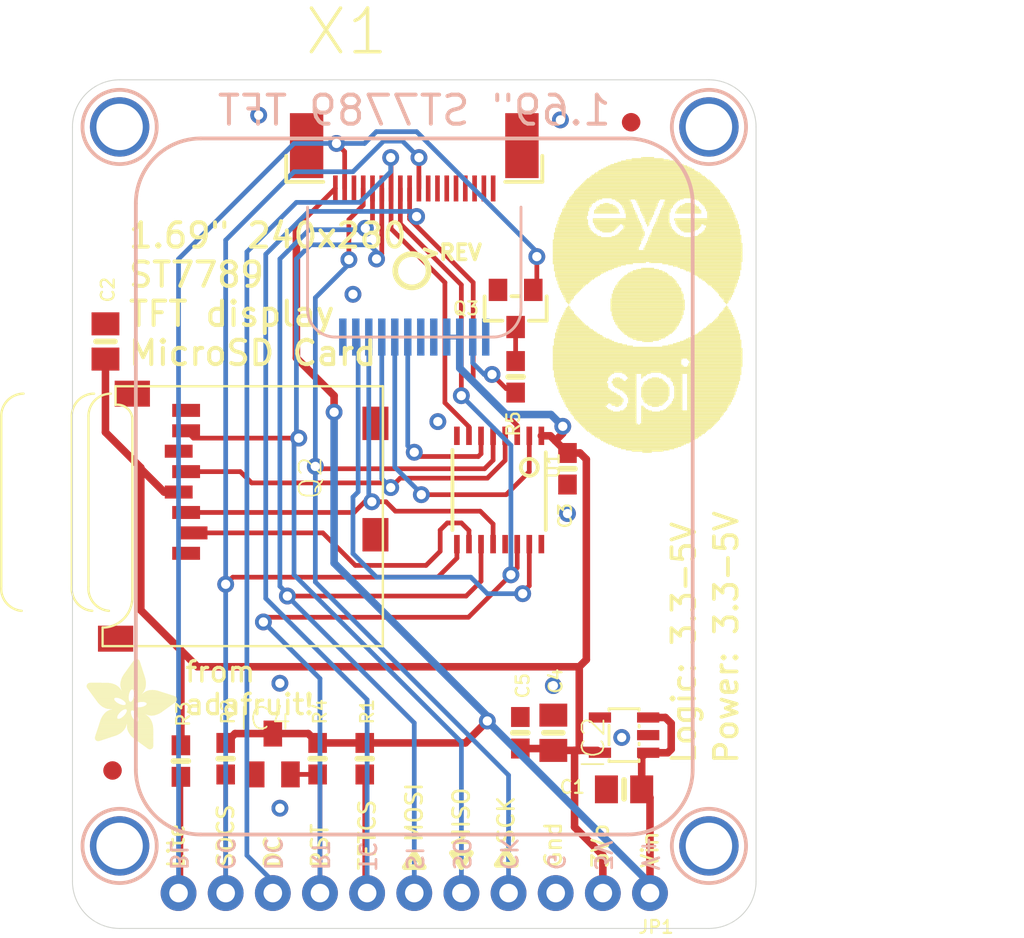
<source format=kicad_pcb>
(kicad_pcb (version 20211014) (generator pcbnew)
  (layers (0 "F.Cu" signal) (1 "In1.Cu" signal) (2 "In2.Cu" signal) (3 "In3.Cu" signal) (4 "In4.Cu" signal) (5 "In5.Cu" signal) (6 "In6.Cu" signal) (7 "In7.Cu" signal) (8 "In8.Cu" signal) (9 "In9.Cu" signal) (10 "In10.Cu" signal) (11 "In11.Cu" signal) (12 "In12.Cu" signal) (13 "In13.Cu" signal) (14 "In14.Cu" signal) (31 "B.Cu" signal) (34 "B.Paste" user) (35 "F.Paste" user) (36 "B.SilkS" user "B.Silkscreen") (37 "F.SilkS" user "F.Silkscreen") (38 "B.Mask" user) (39 "F.Mask" user) (44 "Edge.Cuts" user))
  (net 0 "")
  (net 1 "GND")
  (net 2 "SCK")
  (net 3 "SCK_3V")
  (net 4 "MOSI")
  (net 5 "MOSI_3V")
  (net 6 "MISO")
  (net 7 "+3V3")
  (net 8 "CARDCS")
  (net 9 "CARDCS_3V")
  (net 10 "LEDK")
  (net 11 "LITE")
  (net 12 "TFTDC")
  (net 13 "TFTDC_3V")
  (net 14 "TFTCS_3V")
  (net 15 "TFTCS")
  (net 16 "VIN")
  (net 17 "TFTRST_3V")
  (net 18 "TFTRST")
  (net 19 "N$1")
  (footprint "boardEagle:EYE_SPI_DISPLAY_BOTCONTACT" (layer "F.Cu") (at 148.5011 85.3186)
    (fp_text reference "X1" (at -6 -5.77) (layer "F.SilkS") (effects (font (size 2.353056 2.353056) (thickness 0.186944)) (justify left)))
    (fp_text value "EYE_SPI_DISPLAY_FLIP")
    (pad "1" smd rect (at -4.25 2.678) (size 0.25 1.4) (layers "F.Cu" "F.Paste" "F.Mask") (net 16 "VIN"))
    (pad "2" smd rect (at -3.75 2.678) (size 0.25 1.4) (layers "F.Cu" "F.Paste" "F.Mask") (net 11 "LITE"))
    (pad "3" smd rect (at -3.25 2.678) (size 0.25 1.4) (layers "F.Cu" "F.Paste" "F.Mask") (net 1 "GND"))
    (pad "4" smd rect (at -2.75 2.678) (size 0.25 1.4) (layers "F.Cu" "F.Paste" "F.Mask") (net 2 "SCK"))
    (pad "5" smd rect (at -2.25 2.678) (size 0.25 1.4) (layers "F.Cu" "F.Paste" "F.Mask") (net 4 "MOSI"))
    (pad "6" smd rect (at -1.75 2.678) (size 0.25 1.4) (layers "F.Cu" "F.Paste" "F.Mask") (net 6 "MISO"))
    (pad "7" smd rect (at -1.25 2.678) (size 0.25 1.4) (layers "F.Cu" "F.Paste" "F.Mask") (net 12 "TFTDC"))
    (pad "8" smd rect (at -0.75 2.678) (size 0.25 1.4) (layers "F.Cu" "F.Paste" "F.Mask") (net 18 "TFTRST"))
    (pad "9" smd rect (at -0.25 2.678) (size 0.25 1.4) (layers "F.Cu" "F.Paste" "F.Mask") (net 15 "TFTCS"))
    (pad "10" smd rect (at 0.25 2.678) (size 0.25 1.4) (layers "F.Cu" "F.Paste" "F.Mask") (net 8 "CARDCS"))
    (pad "11" smd rect (at 0.75 2.678) (size 0.25 1.4) (layers "F.Cu" "F.Paste" "F.Mask"))
    (pad "12" smd rect (at 1.25 2.678) (size 0.25 1.4) (layers "F.Cu" "F.Paste" "F.Mask"))
    (pad "13" smd rect (at 1.75 2.678) (size 0.25 1.4) (layers "F.Cu" "F.Paste" "F.Mask"))
    (pad "14" smd rect (at 2.25 2.678) (size 0.25 1.4) (layers "F.Cu" "F.Paste" "F.Mask"))
    (pad "15" smd rect (at 2.75 2.678) (size 0.25 1.4) (layers "F.Cu" "F.Paste" "F.Mask"))
    (pad "16" smd rect (at 3.25 2.678) (size 0.25 1.4) (layers "F.Cu" "F.Paste" "F.Mask"))
    (pad "17" smd rect (at 3.75 2.678) (size 0.25 1.4) (layers "F.Cu" "F.Paste" "F.Mask"))
    (pad "18" smd rect (at 4.25 2.678) (size 0.25 1.4) (layers "F.Cu" "F.Paste" "F.Mask"))
    (pad "SUPPORT1" smd rect (at 5.8 0.372 180) (size 1.8 3.5) (layers "F.Cu" "F.Paste" "F.Mask") (net 1 "GND"))
    (pad "SUPPORT2" smd rect (at -5.8 0.372 180) (size 1.8 3.5) (layers "F.Cu" "F.Paste" "F.Mask") (net 1 "GND"))
  )
  (footprint "boardEagle:1X11_ROUND_76" (layer "F.Cu") (at 148.5011 125.9586 180)
    (fp_text reference "JP1" (at -14.0462 -1.8288) (layer "F.SilkS") (effects (font (size 0.692831 0.692831) (thickness 0.119969)) (justify right)))
    (fp_text value "")
    (pad "1" thru_hole circle (at -12.7 0 270) (size 1.9304 1.9304) (drill 1) (layers *.Cu *.Mask) (net 16 "VIN"))
    (pad "2" thru_hole circle (at -10.16 0 270) (size 1.9304 1.9304) (drill 1) (layers *.Cu *.Mask) (net 7 "+3V3"))
    (pad "3" thru_hole circle (at -7.62 0 270) (size 1.9304 1.9304) (drill 1) (layers *.Cu *.Mask) (net 1 "GND"))
    (pad "4" thru_hole circle (at -5.08 0 270) (size 1.9304 1.9304) (drill 1) (layers *.Cu *.Mask) (net 2 "SCK"))
    (pad "5" thru_hole circle (at -2.54 0 270) (size 1.9304 1.9304) (drill 1) (layers *.Cu *.Mask) (net 6 "MISO"))
    (pad "6" thru_hole circle (at 0 0 270) (size 1.9304 1.9304) (drill 1) (layers *.Cu *.Mask) (net 4 "MOSI"))
    (pad "7" thru_hole circle (at 2.54 0 270) (size 1.9304 1.9304) (drill 1) (layers *.Cu *.Mask) (net 15 "TFTCS"))
    (pad "8" thru_hole circle (at 5.08 0 270) (size 1.9304 1.9304) (drill 1) (layers *.Cu *.Mask) (net 18 "TFTRST"))
    (pad "9" thru_hole circle (at 7.62 0 270) (size 1.9304 1.9304) (drill 1) (layers *.Cu *.Mask) (net 12 "TFTDC"))
    (pad "10" thru_hole circle (at 10.16 0 270) (size 1.9304 1.9304) (drill 1) (layers *.Cu *.Mask) (net 8 "CARDCS"))
    (pad "11" thru_hole circle (at 12.7 0 270) (size 1.9304 1.9304) (drill 1) (layers *.Cu *.Mask) (net 11 "LITE"))
  )
  (footprint "boardEagle:0603-NO" (layer "F.Cu") (at 153.9621 98.1456 -90)
    (fp_text reference "R5" (at 1.778 0.127 90) (layer "F.SilkS") (effects (font (size 0.692831 0.692831) (thickness 0.119969)) (justify right)))
    (fp_text value "10")
    (pad "1" smd rect (at -0.85 0 270) (size 1.075 1) (layers "F.Cu" "F.Paste" "F.Mask") (net 19 "N$1"))
    (pad "2" smd rect (at 0.85 0 270) (size 1.075 1) (layers "F.Cu" "F.Paste" "F.Mask") (net 10 "LEDK"))
  )
  (footprint "boardEagle:TSSOP16" (layer "F.Cu") (at 153.0731 104.2416 180)
    (fp_text reference "U1" (at -2.8956 2.0828 90) (layer "F.SilkS") (effects (font (size 0.692831 0.692831) (thickness 0.119969)) (justify right)))
    (fp_text value "74HC4050PWR")
    (pad "1" smd rect (at -2.275 2.9178 180) (size 0.3048 0.9906) (layers "F.Cu" "F.Paste" "F.Mask") (net 7 "+3V3"))
    (pad "2" smd rect (at -1.625 2.9178 180) (size 0.3048 0.9906) (layers "F.Cu" "F.Paste" "F.Mask") (net 14 "TFTCS_3V"))
    (pad "3" smd rect (at -0.975 2.9178 180) (size 0.3048 0.9906) (layers "F.Cu" "F.Paste" "F.Mask") (net 15 "TFTCS"))
    (pad "4" smd rect (at -0.325 2.9178 180) (size 0.3048 0.9906) (layers "F.Cu" "F.Paste" "F.Mask") (net 3 "SCK_3V"))
    (pad "5" smd rect (at 0.325 2.9178 180) (size 0.3048 0.9906) (layers "F.Cu" "F.Paste" "F.Mask") (net 2 "SCK"))
    (pad "6" smd rect (at 0.975 2.9178 180) (size 0.3048 0.9906) (layers "F.Cu" "F.Paste" "F.Mask") (net 13 "TFTDC_3V"))
    (pad "7" smd rect (at 1.625 2.9178 180) (size 0.3048 0.9906) (layers "F.Cu" "F.Paste" "F.Mask") (net 12 "TFTDC"))
    (pad "8" smd rect (at 2.275 2.9178 180) (size 0.3048 0.9906) (layers "F.Cu" "F.Paste" "F.Mask") (net 1 "GND"))
    (pad "9" smd rect (at 2.275 -2.9178 180) (size 0.3048 0.9906) (layers "F.Cu" "F.Paste" "F.Mask") (net 8 "CARDCS"))
    (pad "10" smd rect (at 1.625 -2.9178 180) (size 0.3048 0.9906) (layers "F.Cu" "F.Paste" "F.Mask") (net 9 "CARDCS_3V"))
    (pad "11" smd rect (at 0.975 -2.9178 180) (size 0.3048 0.9906) (layers "F.Cu" "F.Paste" "F.Mask") (net 4 "MOSI"))
    (pad "12" smd rect (at 0.325 -2.9178 180) (size 0.3048 0.9906) (layers "F.Cu" "F.Paste" "F.Mask") (net 5 "MOSI_3V"))
    (pad "13" smd rect (at -0.325 -2.9178 180) (size 0.3048 0.9906) (layers "F.Cu" "F.Paste" "F.Mask"))
    (pad "14" smd rect (at -0.975 -2.9178 180) (size 0.3048 0.9906) (layers "F.Cu" "F.Paste" "F.Mask") (net 18 "TFTRST"))
    (pad "15" smd rect (at -1.625 -2.9178 180) (size 0.3048 0.9906) (layers "F.Cu" "F.Paste" "F.Mask") (net 17 "TFTRST_3V"))
    (pad "16" smd rect (at -2.275 -2.9178 180) (size 0.3048 0.9906) (layers "F.Cu" "F.Paste" "F.Mask"))
  )
  (footprint "boardEagle:FIDUCIAL_1MM" (layer "F.Cu") (at 160.1851 84.4296 -90)
    (fp_text reference "U$4" hide)
    (fp_text value "FIDUCIAL_1MM" hide)
    (pad "1" smd roundrect (at 0 0 270) (size 1 1) (layers "F.Cu" "F.Mask") (roundrect_rratio 0.5))
  )
  (footprint "boardEagle:0603-NO" (layer "F.Cu") (at 156.7561 103.0986 -90)
    (fp_text reference "C3" (at 1.778 0.127 90) (layer "F.SilkS") (effects (font (size 0.692831 0.692831) (thickness 0.119969)) (justify right)))
    (fp_text value "0.1uF")
    (pad "1" smd rect (at -0.85 0 270) (size 1.075 1) (layers "F.Cu" "F.Paste" "F.Mask") (net 7 "+3V3"))
    (pad "2" smd rect (at 0.85 0 270) (size 1.075 1) (layers "F.Cu" "F.Paste" "F.Mask") (net 1 "GND"))
  )
  (footprint "boardEagle:ADAFRUIT_5MM" (layer "F.Cu") (at 130.8481 118.2116)
    (fp_text reference "U$1" hide)
    (fp_text value "" hide)
  )
  (footprint "boardEagle:0603-NO" (layer "F.Cu") (at 145.8341 118.7196 90)
    (fp_text reference "R1" (at 1.778 0.127 90) (layer "F.SilkS") (effects (font (size 0.692831 0.692831) (thickness 0.119969)) (justify left)))
    (fp_text value "10K")
    (pad "1" smd rect (at -0.85 0 90) (size 1.075 1) (layers "F.Cu" "F.Paste" "F.Mask") (net 15 "TFTCS"))
    (pad "2" smd rect (at 0.85 0 90) (size 1.075 1) (layers "F.Cu" "F.Paste" "F.Mask") (net 16 "VIN"))
  )
  (footprint "boardEagle:0603-NO" (layer "F.Cu") (at 135.9281 118.8466 90)
    (fp_text reference "R3" (at 1.778 0.127 90) (layer "F.SilkS") (effects (font (size 0.692831 0.692831) (thickness 0.119969)) (justify left)))
    (fp_text value "10K")
    (pad "1" smd rect (at -0.85 0 90) (size 1.075 1) (layers "F.Cu" "F.Paste" "F.Mask") (net 11 "LITE"))
    (pad "2" smd rect (at 0.85 0 90) (size 1.075 1) (layers "F.Cu" "F.Paste" "F.Mask") (net 7 "+3V3"))
  )
  (footprint "boardEagle:SOT23" (layer "F.Cu") (at 140.8811 118.4656)
    (fp_text reference "IC4" (at -1.905 -1.905) (layer "F.SilkS") (effects (font (size 1.176528 1.176528) (thickness 0.093472)) (justify left)))
    (fp_text value "APX803-SAG")
    (pad "1" smd rect (at -0.95 1.1) (size 1 1.4) (layers "F.Cu" "F.Paste" "F.Mask") (net 1 "GND"))
    (pad "2" smd rect (at 0.95 1.1) (size 1 1.4) (layers "F.Cu" "F.Paste" "F.Mask") (net 18 "TFTRST"))
    (pad "3" smd rect (at 0 -1.1) (size 1 1.4) (layers "F.Cu" "F.Paste" "F.Mask") (net 16 "VIN"))
  )
  (footprint "boardEagle:0805-NO" (layer "F.Cu") (at 155.9941 117.3226 90)
    (fp_text reference "C4" (at 2.032 0.127 90) (layer "F.SilkS") (effects (font (size 0.692831 0.692831) (thickness 0.119969)) (justify left)))
    (fp_text value "10uF")
    (pad "1" smd rect (at -0.95 0 90) (size 1.24 1.5) (layers "F.Cu" "F.Paste" "F.Mask") (net 7 "+3V3"))
    (pad "2" smd rect (at 0.95 0 90) (size 1.24 1.5) (layers "F.Cu" "F.Paste" "F.Mask") (net 1 "GND"))
  )
  (footprint "boardEagle:SOT23-5L" (layer "F.Cu") (at 159.8041 117.4496 90)
    (fp_text reference "IC2" (at -1.905 -1.651 90) (layer "F.SilkS") (effects (font (size 1.176528 1.176528) (thickness 0.093472)) (justify left)))
    (fp_text value "AP2112")
    (pad "1" smd rect (at -0.95 1.3 90) (size 0.55 1.2) (layers "F.Cu" "F.Paste" "F.Mask") (net 16 "VIN"))
    (pad "2" smd rect (at 0 1.3 90) (size 0.55 1.2) (layers "F.Cu" "F.Paste" "F.Mask") (net 1 "GND"))
    (pad "3" smd rect (at 0.95 1.3 90) (size 0.55 1.2) (layers "F.Cu" "F.Paste" "F.Mask") (net 16 "VIN"))
    (pad "4" smd rect (at 0.95 -1.3 90) (size 0.55 1.2) (layers "F.Cu" "F.Paste" "F.Mask"))
    (pad "5" smd rect (at -0.95 -1.3 90) (size 0.55 1.2) (layers "F.Cu" "F.Paste" "F.Mask") (net 7 "+3V3"))
  )
  (footprint "boardEagle:PCBFEAT-REV-040" (layer "F.Cu") (at 148.3741 92.4306 180)
    (fp_text reference "U$2" hide)
    (fp_text value "" hide)
    (fp_text user ">REV" (at -0.3556 0.508 180) (layer "F.SilkS") (effects (font (size 0.8128 0.8128) (thickness 0.2032)) (justify left bottom)))
  )
  (footprint "boardEagle:0603-NO" (layer "F.Cu") (at 143.2941 118.7196 90)
    (fp_text reference "R4" (at 1.778 0.127 90) (layer "F.SilkS") (effects (font (size 0.692831 0.692831) (thickness 0.119969)) (justify left)))
    (fp_text value "10K")
    (pad "1" smd rect (at -0.85 0 90) (size 1.075 1) (layers "F.Cu" "F.Paste" "F.Mask") (net 18 "TFTRST"))
    (pad "2" smd rect (at 0.85 0 90) (size 1.075 1) (layers "F.Cu" "F.Paste" "F.Mask") (net 16 "VIN"))
  )
  (footprint "boardEagle:0603-NO" (layer "F.Cu") (at 154.2161 117.3226 90)
    (fp_text reference "C5" (at 1.778 0.127 90) (layer "F.SilkS") (effects (font (size 0.692831 0.692831) (thickness 0.119969)) (justify left)))
    (fp_text value "0.1uF")
    (pad "1" smd rect (at -0.85 0 90) (size 1.075 1) (layers "F.Cu" "F.Paste" "F.Mask") (net 7 "+3V3"))
    (pad "2" smd rect (at 0.85 0 90) (size 1.075 1) (layers "F.Cu" "F.Paste" "F.Mask") (net 1 "GND"))
  )
  (footprint "boardEagle:EYESPI_LOGO" (layer "F.Cu") (at 155.8671 102.4636)
    (fp_text reference "U$19" hide)
    (fp_text value "" hide)
  )
  (footprint "boardEagle:0805-NO" (layer "F.Cu") (at 131.8641 96.2406 90)
    (fp_text reference "C2" (at 2.032 0.127 90) (layer "F.SilkS") (effects (font (size 0.692831 0.692831) (thickness 0.119969)) (justify left)))
    (fp_text value "10uF")
    (pad "1" smd rect (at -0.95 0 90) (size 1.24 1.5) (layers "F.Cu" "F.Paste" "F.Mask") (net 7 "+3V3"))
    (pad "2" smd rect (at 0.95 0 90) (size 1.24 1.5) (layers "F.Cu" "F.Paste" "F.Mask") (net 1 "GND"))
  )
  (footprint "boardEagle:0603-NO" (layer "F.Cu") (at 138.3411 118.7196 90)
    (fp_text reference "R2" (at 1.778 0.127 90) (layer "F.SilkS") (effects (font (size 0.692831 0.692831) (thickness 0.119969)) (justify left)))
    (fp_text value "10K")
    (pad "1" smd rect (at -0.85 0 90) (size 1.075 1) (layers "F.Cu" "F.Paste" "F.Mask") (net 8 "CARDCS"))
    (pad "2" smd rect (at 0.85 0 90) (size 1.075 1) (layers "F.Cu" "F.Paste" "F.Mask") (net 16 "VIN"))
  )
  (footprint "boardEagle:0805-NO" (layer "F.Cu") (at 159.8041 120.3706 180)
    (fp_text reference "C1" (at 2.032 0.127) (layer "F.SilkS") (effects (font (size 0.692831 0.692831) (thickness 0.119969)) (justify right)))
    (fp_text value "10uF")
    (pad "1" smd rect (at -0.95 0 180) (size 1.24 1.5) (layers "F.Cu" "F.Paste" "F.Mask") (net 16 "VIN"))
    (pad "2" smd rect (at 0.95 0 180) (size 1.24 1.5) (layers "F.Cu" "F.Paste" "F.Mask") (net 1 "GND"))
  )
  (footprint "boardEagle:MICROSD" (layer "F.Cu") (at 146.8501 98.6536 -90)
    (fp_text reference "Q2" (at 3.7 3.94 90) (layer "F.SilkS") (effects (font (size 1.176528 1.176528) (thickness 0.093472)) (justify right)))
    (fp_text value "MICROSD" hide)
    (pad "1" smd rect (at 9 10.64 270) (size 0.7 1.5) (layers "F.Cu" "F.Paste" "F.Mask"))
    (pad "2" smd rect (at 7.9 10.24 270) (size 0.7 1.5) (layers "F.Cu" "F.Paste" "F.Mask") (net 9 "CARDCS_3V"))
    (pad "3" smd rect (at 6.8 10.64 270) (size 0.7 1.5) (layers "F.Cu" "F.Paste" "F.Mask") (net 5 "MOSI_3V"))
    (pad "4" smd rect (at 5.7 11.04 270) (size 0.7 1.5) (layers "F.Cu" "F.Paste" "F.Mask") (net 7 "+3V3"))
    (pad "5" smd rect (at 4.6 10.64 270) (size 0.7 1.5) (layers "F.Cu" "F.Paste" "F.Mask") (net 3 "SCK_3V"))
    (pad "6" smd rect (at 3.5 11.04 270) (size 0.7 1.5) (layers "F.Cu" "F.Paste" "F.Mask") (net 1 "GND"))
    (pad "7" smd rect (at 2.4 10.64 270) (size 0.7 1.5) (layers "F.Cu" "F.Paste" "F.Mask") (net 6 "MISO"))
    (pad "8" smd rect (at 1.3 10.64 270) (size 0.7 1.5) (layers "F.Cu" "F.Paste" "F.Mask"))
    (pad "CD1" smd rect (at 2 0.44) (size 1.4 1.8) (layers "F.Cu" "F.Paste" "F.Mask"))
    (pad "CD2" smd rect (at 8 0.44) (size 1.4 1.8) (layers "F.Cu" "F.Paste" "F.Mask"))
    (pad "MT1" smd rect (at 0.4 13.54 270) (size 1.4 1.9) (layers "F.Cu" "F.Paste" "F.Mask") (net 1 "GND"))
    (pad "MT2" smd rect (at 13.6 14.44 270) (size 1.4 1.9) (layers "F.Cu" "F.Paste" "F.Mask") (net 1 "GND"))
  )
  (footprint "boardEagle:SOT23-WIDE" (layer "F.Cu") (at 153.9621 94.4626 180)
    (fp_text reference "Q3" (at 1.905 0) (layer "F.SilkS") (effects (font (size 0.692831 0.692831) (thickness 0.119969)) (justify right)))
    (fp_text value "BSS138")
    (pad "1" smd rect (at -0.95 1 180) (size 1 1.2) (layers "F.Cu" "F.Paste" "F.Mask") (net 11 "LITE"))
    (pad "2" smd rect (at 0.95 1 180) (size 1 1.2) (layers "F.Cu" "F.Paste" "F.Mask") (net 1 "GND"))
    (pad "3" smd rect (at 0 -1 180) (size 1 1.2) (layers "F.Cu" "F.Paste" "F.Mask") (net 19 "N$1"))
  )
  (footprint "boardEagle:FIDUCIAL_1MM" (layer "F.Cu") (at 132.2451 119.3546)
    (fp_text reference "U$5" hide)
    (fp_text value "FIDUCIAL_1MM" hide)
    (pad "1" smd roundrect (at 0 0) (size 1 1) (layers "F.Cu" "F.Mask") (roundrect_rratio 0.5))
  )
  (footprint "boardEagle:MOUNTINGHOLE_2.5_PLATED" (layer "B.Cu") (at 164.3761 84.6836 -90)
    (fp_text reference "U$7" hide)
    (fp_text value "MOUNTINGHOLE2.5" hide)
    (pad "P$1" thru_hole circle (at 0 0 270) (size 3.2 3.2) (drill 2.5) (layers *.Cu *.Mask))
  )
  (footprint "boardEagle:MOUNTINGHOLE_2.5_PLATED" (layer "B.Cu") (at 132.6261 123.4186 -90)
    (fp_text reference "U$10" hide)
    (fp_text value "MOUNTINGHOLE2.5" hide)
    (pad "P$1" thru_hole circle (at 0 0 270) (size 3.2 3.2) (drill 2.5) (layers *.Cu *.Mask))
  )
  (footprint "boardEagle:MOUNTINGHOLE_2.5_PLATED" (layer "B.Cu") (at 132.6261 84.6836 -90)
    (fp_text reference "U$8" hide)
    (fp_text value "MOUNTINGHOLE2.5" hide)
    (pad "P$1" thru_hole circle (at 0 0 270) (size 3.2 3.2) (drill 2.5) (layers *.Cu *.Mask))
  )
  (footprint "boardEagle:MOUNTINGHOLE_2.5_PLATED" (layer "B.Cu") (at 164.3761 123.4186 -90)
    (fp_text reference "U$9" hide)
    (fp_text value "MOUNTINGHOLE2.5" hide)
    (pad "P$1" thru_hole circle (at 0 0 270) (size 3.2 3.2) (drill 2.5) (layers *.Cu *.Mask))
  )
  (footprint "boardEagle:TFT_1.69IN_240X280_12P" (layer "B.Cu") (at 148.5011 105.0036)
    (fp_text reference "DISP1" hide)
    (fp_text value "DISP_LCD_GENERIC_SPI_1.69_WRAPUNDER" hide)
    (pad "" np_thru_hole circle (at -5 -13) (size 1 1) (drill 1) (layers *.Cu *.Mask))
    (pad "" np_thru_hole circle (at 5 -13) (size 1 1) (drill 1) (layers *.Cu *.Mask))
    (pad "1" smd rect (at 3.85 -9 270) (size 2 0.4) (layers "B.Cu" "B.Mask") (net 1 "GND"))
    (pad "2" smd rect (at 3.15 -9 270) (size 2 0.4) (layers "B.Cu" "B.Mask") (net 10 "LEDK"))
    (pad "3" smd rect (at 2.45 -9 270) (size 2 0.4) (layers "B.Cu" "B.Mask") (net 7 "+3V3"))
    (pad "4" smd rect (at 1.75 -9 270) (size 2 0.4) (layers "B.Cu" "B.Mask") (net 7 "+3V3"))
    (pad "5" smd rect (at 1.05 -9 270) (size 2 0.4) (layers "B.Cu" "B.Mask") (net 1 "GND"))
    (pad "6" smd rect (at 0.35 -9 270) (size 2 0.4) (layers "B.Cu" "B.Mask") (net 1 "GND"))
    (pad "7" smd rect (at -0.35 -9 270) (size 2 0.4) (layers "B.Cu" "B.Mask") (net 13 "TFTDC_3V"))
    (pad "8" smd rect (at -1.05 -9 270) (size 2 0.4) (layers "B.Cu" "B.Mask") (net 14 "TFTCS_3V"))
    (pad "9" smd rect (at -1.75 -9 270) (size 2 0.4) (layers "B.Cu" "B.Mask") (net 3 "SCK_3V"))
    (pad "10" smd rect (at -2.45 -9 270) (size 2 0.4) (layers "B.Cu" "B.Mask") (net 5 "MOSI_3V"))
    (pad "11" smd rect (at -3.15 -9 270) (size 2 0.4) (layers "B.Cu" "B.Mask") (net 17 "TFTRST_3V"))
    (pad "12" smd rect (at -3.85 -9 270) (size 2 0.4) (layers "B.Cu" "B.Mask") (net 1 "GND"))
  )
  (gr_line (start 147.9931 124.5616) (end 148.5011 123.7996) (layer "F.SilkS") (width 0.3048))
  (gr_line (start 153.9621 124.4346) (end 152.9461 124.4346) (layer "F.SilkS") (width 0.3048))
  (gr_line (start 148.5011 123.7996) (end 149.0091 124.5616) (layer "F.SilkS") (width 0.3048))
  (gr_line (start 153.4541 123.6726) (end 153.9621 124.4346) (layer "F.SilkS") (width 0.3048))
  (gr_line (start 149.0091 124.5616) (end 147.9931 124.5616) (layer "F.SilkS") (width 0.3048))
  (gr_line (start 150.5331 123.7996) (end 151.0411 124.5616) (layer "F.SilkS") (width 0.3048))
  (gr_line (start 152.9461 124.4346) (end 153.4541 123.6726) (layer "F.SilkS") (width 0.3048))
  (gr_line (start 151.5491 123.7996) (end 150.5331 123.7996) (layer "F.SilkS") (width 0.3048))
  (gr_line (start 151.0411 124.5616) (end 151.5491 123.7996) (layer "F.SilkS") (width 0.3048))
  (gr_line (start 164.3761 82.1436) (end 132.6261 82.1436) (layer "Edge.Cuts") (width 0.05))
  (gr_arc (start 132.6261 127.8636) (mid 130.830049 127.119651) (end 130.0861 125.3236) (layer "Edge.Cuts") (width 0.05))
  (gr_arc (start 164.3761 82.1436) (mid 166.172151 82.887549) (end 166.9161 84.6836) (layer "Edge.Cuts") (width 0.05))
  (gr_arc (start 166.9161 125.3236) (mid 166.172151 127.119651) (end 164.3761 127.8636) (layer "Edge.Cuts") (width 0.05))
  (gr_line (start 132.6261 127.8636) (end 164.3761 127.8636) (layer "Edge.Cuts") (width 0.05))
  (gr_arc (start 130.0861 84.6836) (mid 130.830049 82.887549) (end 132.6261 82.1436) (layer "Edge.Cuts") (width 0.05))
  (gr_line (start 130.0861 84.6836) (end 130.0861 125.3236) (layer "Edge.Cuts") (width 0.05))
  (gr_line (start 166.9161 125.3236) (end 166.9161 84.6836) (layer "Edge.Cuts") (width 0.05))
  (gr_text "TC" (at 145.9611 124.8156 -90) (layer "B.SilkS") (effects (font (size 0.87376 0.87376) (thickness 0.14224)) (justify left mirror)))
  (gr_text "SO" (at 151.0411 124.8156 -90) (layer "B.SilkS") (effects (font (size 0.87376 0.87376) (thickness 0.14224)) (justify left mirror)))
  (gr_text "G" (at 156.1211 124.8156 -90) (layer "B.SilkS") (effects (font (size 0.87376 0.87376) (thickness 0.14224)) (justify left mirror)))
  (gr_text "1.69\" ST7789 TFT" (at 148.5011 83.7946) (layer "B.SilkS") (effects (font (size 1.56464 1.56464) (thickness 0.21336)) (justify mirror)))
  (gr_text "CC" (at 138.3411 124.8156 -90) (layer "B.SilkS") (effects (font (size 0.87376 0.87376) (thickness 0.14224)) (justify left mirror)))
  (gr_text "SI" (at 148.5011 124.8156 -90) (layer "B.SilkS") (effects (font (size 0.87376 0.87376) (thickness 0.14224)) (justify left mirror)))
  (gr_text "V+" (at 161.2011 124.8156 -90) (layer "B.SilkS") (effects (font (size 0.87376 0.87376) (thickness 0.14224)) (justify left mirror)))
  (gr_text "RT" (at 143.4211 124.8156 -90) (layer "B.SilkS") (effects (font (size 0.87376 0.87376) (thickness 0.14224)) (justify left mirror)))
  (gr_text "CK" (at 153.5811 124.8156 -90) (layer "B.SilkS") (effects (font (size 0.87376 0.87376) (thickness 0.14224)) (justify left mirror)))
  (gr_text "BL" (at 135.8011 124.8156 -90) (layer "B.SilkS") (effects (font (size 0.87376 0.87376) (thickness 0.14224)) (justify left mirror)))
  (gr_text "DC" (at 140.8811 124.8156 -90) (layer "B.SilkS") (effects (font (size 0.87376 0.87376) (thickness 0.14224)) (justify left mirror)))
  (gr_text "3V" (at 158.6611 124.8156 -90) (layer "B.SilkS") (effects (font (size 0.87376 0.87376) (thickness 0.14224)) (justify left mirror)))
  (gr_text "Logic: 3.3-5V" (at 163.7411 119.1006 90) (layer "F.SilkS") (effects (font (size 1.223264 1.223264) (thickness 0.199136)) (justify left bottom)))
  (gr_text "Lite" (at 136.1821 124.6886 90) (layer "F.SilkS") (effects (font (size 0.87376 0.87376) (thickness 0.14224)) (justify left bottom)))
  (gr_text "Vin" (at 161.7091 124.6886 90) (layer "F.SilkS") (effects (font (size 0.87376 0.87376) (thickness 0.14224)) (justify left bottom)))
  (gr_text "MOSI" (at 149.0091 123.2916 90) (layer "F.SilkS") (effects (font (size 0.87376 0.87376) (thickness 0.14224)) (justify left bottom)))
  (gr_text "RST" (at 143.9291 124.6886 90) (layer "F.SilkS") (effects (font (size 0.87376 0.87376) (thickness 0.14224)) (justify left bottom)))
  (gr_text "DC" (at 141.3891 124.6886 90) (layer "F.SilkS") (effects (font (size 0.87376 0.87376) (thickness 0.14224)) (justify left bottom)))
  (gr_text "SDCS" (at 138.3411 124.6886 90) (layer "F.SilkS") (effects (font (size 0.87376 0.87376) (thickness 0.14224)) (justify left)))
  (gr_text "SCK" (at 153.9621 123.4186 90) (layer "F.SilkS") (effects (font (size 0.87376 0.87376) (thickness 0.14224)) (justify left bottom)))
  (gr_text "Power: 3.3-5V" (at 166.0271 119.1006 90) (layer "F.SilkS") (effects (font (size 1.223264 1.223264) (thickness 0.199136)) (justify left bottom)))
  (gr_text "MISO" (at 151.5491 123.5456 90) (layer "F.SilkS") (effects (font (size 0.87376 0.87376) (thickness 0.14224)) (justify left bottom)))
  (gr_text "from\nadafruit!" (at 136.0551 116.4336) (layer "F.SilkS") (effects (font (size 1.0922 1.0922) (thickness 0.1778)) (justify left bottom)))
  (gr_text "3Vo" (at 159.0421 124.6886 90) (layer "F.SilkS") (effects (font (size 0.87376 0.87376) (thickness 0.14224)) (justify left bottom)))
  (gr_text "TFTCS" (at 145.4531 124.8156 90) (layer "F.SilkS") (effects (font (size 0.87376 0.87376) (thickness 0.14224)) (justify left top)))
  (gr_text "Gnd" (at 156.5021 124.6886 90) (layer "F.SilkS") (effects (font (size 0.87376 0.87376) (thickness 0.14224)) (justify left bottom)))
  (gr_text "1.69\" 240x280\nST7789\nTFT display\nMicroSD Card" (at 133.0071 93.7006) (layer "F.SilkS") (effects (font (size 1.31064 1.31064) (thickness 0.21336)) (justify left)))
  (via (at 145.1991 93.7006) (size 0.9064) (drill 0.5) (layers "F.Cu" "B.Cu") (net 1))
  (via (at 141.2621 121.3866) (size 0.9064) (drill 0.5) (layers "F.Cu" "B.Cu") (net 1))
  (via (at 141.2621 114.6556) (size 0.9064) (drill 0.5) (layers "F.Cu" "B.Cu") (net 1))
  (via (at 140.1191 84.0486) (size 0.9064) (drill 0.5) (layers "F.Cu" "B.Cu") (net 1))
  (via (at 155.9941 114.7826) (size 0.9064) (drill 0.5) (layers "F.Cu" "B.Cu") (net 1))
  (via (at 159.6771 117.5766) (size 0.9064) (drill 0.5) (layers "F.Cu" "B.Cu") (net 1))
  (via (at 149.7711 100.5586) (size 0.9064) (drill 0.5) (layers "F.Cu" "B.Cu") (net 1))
  (via (at 156.3751 84.3026) (size 0.9064) (drill 0.5) (layers "F.Cu" "B.Cu") (net 1))
  (via (at 156.7561 105.5116) (size 0.9064) (drill 0.5) (layers "F.Cu" "B.Cu") (net 1))
  (segment (start 152.7481 101.3238) (end 152.7481 102.6362) (width 0.254) (layer "F.Cu") (net 2))
  (segment (start 145.7511 88.901625) (end 144.9785 89.674225) (width 0.254) (layer "F.Cu") (net 2))
  (segment (start 152.2857 103.0986) (end 143.2981 103.0986) (width 0.254) (layer "F.Cu") (net 2))
  (segment (start 152.7481 102.6362) (end 152.2857 103.0986) (width 0.254) (layer "F.Cu") (net 2))
  (segment (start 143.2981 103.0986) (end 143.1711 102.9716) (width 0.254) (layer "F.Cu") (net 2))
  (segment (start 144.9785 91.833225) (end 144.9785 89.674225) (width 0.254) (layer "F.Cu") (net 2))
  (segment (start 145.7511 88.901625) (end 145.7511 87.9966) (width 0.254) (layer "F.Cu") (net 2))
  (via (at 144.9785 91.833225) (size 0.9064) (drill 0.5) (layers "F.Cu" "B.Cu") (net 2))
  (via (at 143.1711 102.9716) (size 0.9064) (drill 0.5) (layers "F.Cu" "B.Cu") (net 2))
  (segment (start 144.9785 92.076463) (end 144.9785 91.833225) (width 0.254) (layer "B.Cu") (net 2))
  (segment (start 153.5811 119.6086) (end 153.5811 125.9586) (width 0.254) (layer "B.Cu") (net 2))
  (segment (start 143.1711 102.9716) (end 143.1711 93.883863) (width 0.254) (layer "B.Cu") (net 2))
  (segment (start 143.1711 102.9716) (end 143.1711 109.1986) (width 0.254) (layer "B.Cu") (net 2))
  (segment (start 143.1711 93.883863) (end 144.9785 92.076463) (width 0.254) (layer "B.Cu") (net 2))
  (segment (start 143.1711 109.1986) (end 153.5811 119.6086) (width 0.254) (layer "B.Cu") (net 2))
  (segment (start 153.3981 102.6466) (end 152.4381 103.6066) (width 0.254) (layer "F.Cu") (net 3))
  (segment (start 146.9771 103.8606) (end 139.7381 103.8606) (width 0.254) (layer "F.Cu") (net 3))
  (segment (start 147.2311 104.1146) (end 147.7391 103.6066) (width 0.254) (layer "F.Cu") (net 3))
  (segment (start 153.3981 101.3238) (end 153.3981 102.6466) (width 0.254) (layer "F.Cu") (net 3))
  (segment (start 136.2101 103.2536) (end 139.1311 103.2536) (width 0.254) (layer "F.Cu") (net 3))
  (segment (start 147.2311 104.1146) (end 146.9771 103.8606) (width 0.254) (layer "F.Cu") (net 3))
  (segment (start 152.4381 103.6066) (end 147.7391 103.6066) (width 0.254) (layer "F.Cu") (net 3))
  (segment (start 139.7381 103.8606) (end 139.1311 103.2536) (width 0.254) (layer "F.Cu") (net 3))
  (via (at 147.2311 104.1146) (size 0.9064) (drill 0.5) (layers "F.Cu" "B.Cu") (net 3))
  (segment (start 146.7511 96.0036) (end 146.7511 103.6346) (width 0.254) (layer "B.Cu") (net 3))
  (segment (start 146.7511 103.6346) (end 147.2311 104.1146) (width 0.254) (layer "B.Cu") (net 3))
  (segment (start 151.2951 109.9566) (end 141.6645 109.9566) (width 0.254) (layer "F.Cu") (net 4))
  (segment (start 152.0981 109.1536) (end 151.2951 109.9566) (width 0.254) (layer "F.Cu") (net 4))
  (segment (start 146.2511 89.7596) (end 146.2511 87.9966) (width 0.254) (layer "F.Cu") (net 4))
  (segment (start 152.0981 107.1594) (end 152.0981 109.1536) (width 0.254) (layer "F.Cu") (net 4))
  (segment (start 146.2511 89.7596) (end 145.8661 90.1446) (width 0.254) (layer "F.Cu") (net 4))
  (via (at 141.6645 109.9566) (size 0.9064) (drill 0.5) (layers "F.Cu" "B.Cu") (net 4))
  (via (at 145.8661 90.1446) (size 0.9064) (drill 0.5) (layers "F.Cu" "B.Cu") (net 4))
  (segment (start 141.6645 109.9566) (end 148.5011 116.7932) (width 0.254) (layer "B.Cu") (net 4))
  (segment (start 145.7899 90.2208) (end 142.8369 90.2208) (width 0.254) (layer "B.Cu") (net 4))
  (segment (start 145.8661 90.1446) (end 145.7899 90.2208) (width 0.254) (layer "B.Cu") (net 4))
  (segment (start 141.6645 109.9566) (end 141.6645 109.8296) (width 0.254) (layer "B.Cu") (net 4))
  (segment (start 141.6645 109.8296) (end 141.2621 109.4272) (width 0.254) (layer "B.Cu") (net 4))
  (segment (start 148.5011 116.7932) (end 148.5011 125.9586) (width 0.254) (layer "B.Cu") (net 4))
  (segment (start 141.2621 91.7956) (end 142.8369 90.2208) (width 0.254) (layer "B.Cu") (net 4))
  (segment (start 141.2621 109.4272) (end 141.2621 91.7956) (width 0.254) (layer "B.Cu") (net 4))
  (segment (start 146.2151 104.8766) (end 146.9771 104.8766) (width 0.254) (layer "F.Cu") (net 5))
  (segment (start 152.0571 105.3846) (end 152.7481 106.0756) (width 0.254) (layer "F.Cu") (net 5))
  (segment (start 152.0571 105.3846) (end 147.4851 105.3846) (width 0.254) (layer "F.Cu") (net 5))
  (segment (start 152.7481 106.0756) (end 152.7481 107.1594) (width 0.254) (layer "F.Cu") (net 5))
  (segment (start 145.2571 105.4536) (end 145.8341 104.8766) (width 0.254) (layer "F.Cu") (net 5))
  (segment (start 145.8341 104.8766) (end 146.2151 104.8766) (width 0.254) (layer "F.Cu") (net 5))
  (segment (start 147.4851 105.3846) (end 146.9771 104.8766) (width 0.254) (layer "F.Cu") (net 5))
  (segment (start 136.2101 105.4536) (end 145.2571 105.4536) (width 0.254) (layer "F.Cu") (net 5))
  (via (at 146.2151 104.8766) (size 0.9064) (drill 0.5) (layers "F.Cu" "B.Cu") (net 5))
  (segment (start 146.0511 96.0036) (end 146.0511 104.7126) (width 0.254) (layer "B.Cu") (net 5))
  (segment (start 146.2151 104.8766) (end 146.0511 104.7126) (width 0.254) (layer "B.Cu") (net 5))
  (segment (start 146.7511 91.5136) (end 146.4691 91.7956) (width 0.254) (layer "F.Cu") (net 6))
  (segment (start 146.7511 87.9966) (end 146.7511 91.5136) (width 0.254) (layer "F.Cu") (net 6))
  (segment (start 142.2781 101.4476) (end 136.6041 101.4476) (width 0.254) (layer "F.Cu") (net 6))
  (segment (start 136.6041 101.4476) (end 136.2101 101.0536) (width 0.254) (layer "F.Cu") (net 6))
  (via (at 142.2781 101.4476) (size 0.9064) (drill 0.5) (layers "F.Cu" "B.Cu") (net 6))
  (via (at 146.4691 91.7956) (size 0.9064) (drill 0.5) (layers "F.Cu" "B.Cu") (net 6))
  (segment (start 146.4691 91.7956) (end 146.4691 91.4146) (width 0.254) (layer "B.Cu") (net 6))
  (segment (start 142.0241 108.8136) (end 151.0411 117.8306) (width 0.254) (layer "B.Cu") (net 6))
  (segment (start 146.4691 91.4146) (end 146.0881 91.0336) (width 0.254) (layer "B.Cu") (net 6))
  (segment (start 142.1511 101.3206) (end 142.2781 101.4476) (width 0.254) (layer "B.Cu") (net 6))
  (segment (start 146.0881 91.0336) (end 142.9131 91.0336) (width 0.254) (layer "B.Cu") (net 6))
  (segment (start 142.2781 101.4476) (end 142.0241 101.7016) (width 0.254) (layer "B.Cu") (net 6))
  (segment (start 142.9131 91.0336) (end 142.1511 91.7956) (width 0.254) (layer "B.Cu") (net 6))
  (segment (start 142.0241 101.7016) (end 142.0241 108.8136) (width 0.254) (layer "B.Cu") (net 6))
  (segment (start 151.0411 117.8306) (end 151.0411 125.9586) (width 0.254) (layer "B.Cu") (net 6))
  (segment (start 142.1511 91.7956) (end 142.1511 101.3206) (width 0.254) (layer "B.Cu") (net 6))
  (segment (start 155.8313 101.3238) (end 156.1016 101.5941) (width 0.4064) (layer "F.Cu") (net 7))
  (segment (start 156.5021 100.8126) (end 156.5021 101.1936) (width 0.254) (layer "F.Cu") (net 7))
  (segment (start 157.1371 118.2726) (end 157.3911 118.2726) (width 0.4064) (layer "F.Cu") (net 7))
  (segment (start 157.7721 102.5906) (end 157.4301 102.2486) (width 0.4064) (layer "F.Cu") (net 7))
  (segment (start 155.9941 118.2726) (end 157.1371 118.2726) (width 0.4064) (layer "F.Cu") (net 7))
  (segment (start 131.8641 97.1906) (end 131.8641 101.1326) (width 0.4064) (layer "F.Cu") (net 7))
  (segment (start 156.5021 101.1936) (end 156.1016 101.5941) (width 0.4064) (layer "F.Cu") (net 7))
  (segment (start 157.3911 113.8936) (end 157.3911 113.7666) (width 0.254) (layer "F.Cu") (net 7))
  (segment (start 133.7691 103.0376) (end 131.8641 101.1326) (width 0.4064) (layer "F.Cu") (net 7))
  (segment (start 157.3911 118.2726) (end 158.3771 118.2726) (width 0.4064) (layer "F.Cu") (net 7))
  (segment (start 157.3911 113.7666) (end 157.7721 113.3856) (width 0.4064) (layer "F.Cu") (net 7))
  (segment (start 158.6611 123.9266) (end 158.6611 125.9586) (width 0.4064) (layer "F.Cu") (net 7))
  (segment (start 136.8171 113.7666) (end 135.9281 112.8776) (width 0.4064) (layer "F.Cu") (net 7))
  (segment (start 155.3481 101.3238) (end 155.8313 101.3238) (width 0.4064) (layer "F.Cu") (net 7))
  (segment (start 158.3771 118.2726) (end 158.5041 118.3996) (width 0.254) (layer "F.Cu") (net 7))
  (segment (start 135.0241 104.3536) (end 135.8101 104.3536) (width 0.4064) (layer "F.Cu") (net 7))
  (segment (start 157.3911 118.2726) (end 157.3911 113.8936) (width 0.4064) (layer "F.Cu") (net 7))
  (segment (start 154.2161 118.1726) (end 155.8941 118.1726) (width 0.4064) (layer "F.Cu") (net 7))
  (segment (start 157.2641 113.7666) (end 157.3911 113.8936) (width 0.254) (layer "F.Cu") (net 7))
  (segment (start 157.1371 118.2726) (end 157.1371 122.4026) (width 0.4064) (layer "F.Cu") (net 7))
  (segment (start 157.7721 113.3856) (end 157.7721 102.5906) (width 0.4064) (layer "F.Cu") (net 7))
  (segment (start 133.7691 110.7186) (end 133.7691 103.0986) (width 0.4064) (layer "F.Cu") (net 7))
  (segment (start 157.2641 113.7666) (end 136.8171 113.7666) (width 0.4064) (layer "F.Cu") (net 7))
  (segment (start 135.9281 117.9966) (end 135.9281 112.8776) (width 0.4064) (layer "F.Cu") (net 7))
  (segment (start 157.4301 102.2486) (end 156.7561 102.2486) (width 0.4064) (layer "F.Cu") (net 7))
  (segment (start 135.9281 112.8776) (end 133.7691 110.7186) (width 0.4064) (layer "F.Cu") (net 7))
  (segment (start 156.1016 101.5941) (end 156.7561 102.2486) (width 0.4064) (layer "F.Cu") (net 7))
  (segment (start 158.6611 123.9266) (end 157.1371 122.4026) (width 0.4064) (layer "F.Cu") (net 7))
  (segment (start 133.7691 103.0986) (end 135.0241 104.3536) (width 0.4064) (layer "F.Cu") (net 7))
  (segment (start 155.8941 118.1726) (end 155.9941 118.2726) (width 0.254) (layer "F.Cu") (net 7))
  (segment (start 133.7691 103.0376) (end 133.7691 103.0986) (width 0.4064) (layer "F.Cu") (net 7))
  (via (at 156.5021 100.8126) (size 0.9064) (drill 0.5) (layers "F.Cu" "B.Cu") (net 7))
  (segment (start 153.4541 100.1776) (end 150.9511 97.6746) (width 0.4064) (layer "B.Cu") (net 7))
  (segment (start 155.8671 100.1776) (end 153.4541 100.1776) (width 0.4064) (layer "B.Cu") (net 7))
  (segment (start 150.9511 97.6746) (end 150.9511 96.0036) (width 0.4064) (layer "B.Cu") (net 7))
  (segment (start 155.8671 100.1776) (end 156.5021 100.8126) (width 0.4064) (layer "B.Cu") (net 7))
  (segment (start 150.9511 96.0036) (end 150.2511 96.0036) (width 0.254) (layer "B.Cu") (net 7))
  (segment (start 150.7981 107.9136) (end 149.7711 108.9406) (width 0.254) (layer "F.Cu") (net 8))
  (segment (start 149.7711 108.9406) (end 138.7221 108.9406) (width 0.254) (layer "F.Cu") (net 8))
  (segment (start 138.3411 125.9586) (end 138.3411 119.5696) (width 0.254) (layer "F.Cu") (net 8))
  (segment (start 148.7551 86.3346) (end 148.7511 86.3386) (width 0.254) (layer "F.Cu") (net 8))
  (segment (start 150.7981 107.1594) (end 150.7981 107.9136) (width 0.254) (layer "F.Cu") (net 8))
  (segment (start 148.7511 86.3386) (end 148.7511 87.9966) (width 0.254) (layer "F.Cu") (net 8))
  (segment (start 138.7221 108.9406) (end 138.3411 109.3216) (width 0.254) (layer "F.Cu") (net 8))
  (via (at 138.3411 109.3216) (size 0.9064) (drill 0.5) (layers "F.Cu" "B.Cu") (net 8))
  (via (at 148.7551 86.3346) (size 0.9064) (drill 0.5) (layers "F.Cu" "B.Cu") (net 8))
  (segment (start 147.8661 85.4456) (end 148.7551 86.3346) (width 0.254) (layer "B.Cu") (net 8))
  (segment (start 138.3411 109.3216) (end 138.3411 125.9586) (width 0.254) (layer "B.Cu") (net 8))
  (segment (start 138.3411 90.7796) (end 142.0241 87.0966) (width 0.254) (layer "B.Cu") (net 8))
  (segment (start 147.8661 85.4456) (end 146.8501 85.4456) (width 0.254) (layer "B.Cu") (net 8))
  (segment (start 142.0241 87.0966) (end 145.1991 87.0966) (width 0.254) (layer "B.Cu") (net 8))
  (segment (start 138.3411 109.3216) (end 138.3411 90.7796) (width 0.254) (layer "B.Cu") (net 8))
  (segment (start 145.1991 87.0966) (end 146.8501 85.4456) (width 0.254) (layer "B.Cu") (net 8))
  (segment (start 149.8981 107.5436) (end 149.8981 106.4006) (width 0.254) (layer "F.Cu") (net 9))
  (segment (start 143.5741 106.5536) (end 145.3261 108.3056) (width 0.254) (layer "F.Cu") (net 9))
  (segment (start 149.8981 106.4006) (end 150.2791 106.0196) (width 0.254) (layer "F.Cu") (net 9))
  (segment (start 150.2791 106.0196) (end 151.0411 106.0196) (width 0.254) (layer "F.Cu") (net 9))
  (segment (start 149.1361 108.3056) (end 149.8981 107.5436) (width 0.254) (layer "F.Cu") (net 9))
  (segment (start 145.3261 108.3056) (end 149.1361 108.3056) (width 0.254) (layer "F.Cu") (net 9))
  (segment (start 136.6101 106.5536) (end 143.5741 106.5536) (width 0.254) (layer "F.Cu") (net 9))
  (segment (start 151.4481 106.4266) (end 151.4481 107.1594) (width 0.254) (layer "F.Cu") (net 9))
  (segment (start 151.0411 106.0196) (end 151.4481 106.4266) (width 0.254) (layer "F.Cu") (net 9))
  (segment (start 153.9621 98.9956) (end 153.9621 98.7806) (width 0.254) (layer "F.Cu") (net 10))
  (segment (start 153.9621 98.7806) (end 153.4541 98.7806) (width 0.254) (layer "F.Cu") (net 10))
  (segment (start 152.6921 98.0186) (end 153.4541 98.7806) (width 0.254) (layer "F.Cu") (net 10))
  (via (at 152.6921 98.0186) (size 0.9064) (drill 0.5) (layers "F.Cu" "B.Cu") (net 10))
  (segment (start 152.2691 98.0186) (end 151.6511 97.4006) (width 0.254) (layer "B.Cu") (net 10))
  (segment (start 152.6921 98.0186) (end 152.2691 98.0186) (width 0.254) (layer "B.Cu") (net 10))
  (segment (start 151.6511 96.0036) (end 151.6511 97.4006) (width 0.254) (layer "B.Cu") (net 10))
  (segment (start 135.9281 119.6966) (end 135.9281 125.8316) (width 0.254) (layer "F.Cu") (net 11))
  (segment (start 155.1051 91.6686) (end 155.1051 93.4626) (width 0.254) (layer "F.Cu") (net 11))
  (segment (start 144.7511 86.0136) (end 144.3101 85.5726) (width 0.254) (layer "F.Cu") (net 11))
  (segment (start 144.7511 87.9966) (end 144.7511 86.0136) (width 0.254) (layer "F.Cu") (net 11))
  (segment (start 135.9281 125.8316) (end 135.8011 125.9586) (width 0.254) (layer "F.Cu") (net 11))
  (segment (start 154.9121 93.4626) (end 155.1051 93.4626) (width 0.254) (layer "F.Cu") (net 11))
  (via (at 144.3101 85.5726) (size 0.9064) (drill 0.5) (layers "F.Cu" "B.Cu") (net 11))
  (via (at 155.1051 91.6686) (size 0.9064) (drill 0.5) (layers "F.Cu" "B.Cu") (net 11))
  (segment (start 142.0241 85.5726) (end 135.8011 91.7956) (width 0.254) (layer "B.Cu") (net 11))
  (segment (start 135.8011 91.7956) (end 135.8011 125.9586) (width 0.254) (layer "B.Cu") (net 11))
  (segment (start 155.1051 91.4146) (end 148.6281 84.9376) (width 0.254) (layer "B.Cu") (net 11))
  (segment (start 148.6281 84.9376) (end 146.457518 84.9376) (width 0.254) (layer "B.Cu") (net 11))
  (segment (start 145.822518 85.5726) (end 144.3101 85.5726) (width 0.254) (layer "B.Cu") (net 11))
  (segment (start 144.3101 85.5726) (end 142.0241 85.5726) (width 0.254) (layer "B.Cu") (net 11))
  (segment (start 146.457518 84.9376) (end 145.822518 85.5726) (width 0.254) (layer "B.Cu") (net 11))
  (segment (start 155.1051 91.6686) (end 155.1051 91.4146) (width 0.254) (layer "B.Cu") (net 11))
  (segment (start 147.2511 90.1646) (end 150.1521 93.0656) (width 0.254) (layer "F.Cu") (net 12))
  (segment (start 147.2511 87.9966) (end 147.2511 90.1646) (width 0.254) (layer "F.Cu") (net 12))
  (segment (start 150.1521 93.0656) (end 150.1521 99.5426) (width 0.254) (layer "F.Cu") (net 12))
  (segment (start 147.2311 86.3346) (end 147.2311 86.7066) (width 0.254) (layer "F.Cu") (net 12))
  (segment (start 147.2511 86.7266) (end 147.2311 86.7066) (width 0.254) (layer "F.Cu") (net 12))
  (segment (start 147.2511 86.7266) (end 147.2511 87.9966) (width 0.254) (layer "F.Cu") (net 12))
  (segment (start 151.4481 100.8386) (end 151.4481 101.3238) (width 0.254) (layer "F.Cu") (net 12))
  (segment (start 150.1521 99.5426) (end 151.4481 100.8386) (width 0.254) (layer "F.Cu") (net 12))
  (via (at 147.2311 86.3346) (size 0.9064) (drill 0.5) (layers "F.Cu" "B.Cu") (net 12))
  (segment (start 139.4841 91.4146) (end 139.4841 123.9266) (width 0.254) (layer "B.Cu") (net 12))
  (segment (start 141.0081 125.4506) (end 141.0081 125.8316) (width 0.254) (layer "B.Cu") (net 12))
  (segment (start 139.4841 123.9266) (end 141.0081 125.4506) (width 0.254) (layer "B.Cu") (net 12))
  (segment (start 147.2311 87.0966) (end 147.2311 86.3346) (width 0.254) (layer "B.Cu") (net 12))
  (segment (start 145.5801 88.7476) (end 142.1511 88.7476) (width 0.254) (layer "B.Cu") (net 12))
  (segment (start 142.1511 88.7476) (end 139.4841 91.4146) (width 0.254) (layer "B.Cu") (net 12))
  (segment (start 147.2311 87.0966) (end 145.5801 88.7476) (width 0.254) (layer "B.Cu") (net 12))
  (segment (start 141.0081 125.8316) (end 140.8811 125.9586) (width 0.254) (layer "B.Cu") (net 12))
  (segment (start 151.9555 102.4382) (end 152.0981 102.2956) (width 0.254) (layer "F.Cu") (net 13))
  (segment (start 148.7293 102.4382) (end 151.9555 102.4382) (width 0.254) (layer "F.Cu") (net 13))
  (segment (start 152.0981 102.2956) (end 152.0981 101.3238) (width 0.254) (layer "F.Cu") (net 13))
  (segment (start 148.5011 102.21) (end 148.7293 102.4382) (width 0.254) (layer "F.Cu") (net 13))
  (via (at 148.5011 102.21) (size 0.9064) (drill 0.5) (layers "F.Cu" "B.Cu") (net 13))
  (segment (start 148.1511 101.86) (end 148.5011 102.21) (width 0.254) (layer "B.Cu") (net 13))
  (segment (start 148.1511 96.0036) (end 148.1511 101.86) (width 0.254) (layer "B.Cu") (net 13))
  (segment (start 148.8821 104.4956) (end 153.4541 104.4956) (width 0.254) (layer "F.Cu") (net 14))
  (segment (start 153.4541 104.4956) (end 154.6981 103.2516) (width 0.254) (layer "F.Cu") (net 14))
  (segment (start 154.6981 103.2516) (end 154.6981 101.3238) (width 0.254) (layer "F.Cu") (net 14))
  (via (at 148.8821 104.4956) (size 0.9064) (drill 0.5) (layers "F.Cu" "B.Cu") (net 14))
  (segment (start 147.4511 103.008625) (end 148.8821 104.439625) (width 0.254) (layer "B.Cu") (net 14))
  (segment (start 148.8821 104.439625) (end 148.8821 104.4956) (width 0.254) (layer "B.Cu") (net 14))
  (segment (start 147.4511 96.0036) (end 147.4511 103.008625) (width 0.254) (layer "B.Cu") (net 14))
  (segment (start 151.6761 93.0656) (end 151.6761 98.3996) (width 0.254) (layer "F.Cu") (net 15))
  (segment (start 145.8341 119.5696) (end 145.8341 125.8316) (width 0.254) (layer "F.Cu") (net 15))
  (segment (start 154.0481 100.7716) (end 154.0481 101.3238) (width 0.254) (layer "F.Cu") (net 15))
  (segment (start 151.6761 98.3996) (end 154.0481 100.7716) (width 0.254) (layer "F.Cu") (net 15))
  (segment (start 148.2511 87.9966) (end 148.2511 89.5096) (width 0.254) (layer "F.Cu") (net 15))
  (segment (start 148.2511 89.5096) (end 148.2511 89.6406) (width 0.254) (layer "F.Cu") (net 15))
  (segment (start 145.8341 125.8316) (end 145.9611 125.9586) (width 0.254) (layer "F.Cu") (net 15))
  (segment (start 148.6281 89.5096) (end 148.2511 89.5096) (width 0.254) (layer "F.Cu") (net 15))
  (segment (start 148.2511 89.6406) (end 151.6761 93.0656) (width 0.254) (layer "F.Cu") (net 15))
  (via (at 148.6281 89.5096) (size 0.9064) (drill 0.5) (layers "F.Cu" "B.Cu") (net 15))
  (segment (start 145.9611 115.5446) (end 145.9611 125.9586) (width 0.254) (layer "B.Cu") (net 15))
  (segment (start 148.3527 89.2342) (end 148.6281 89.5096) (width 0.254) (layer "B.Cu") (net 15))
  (segment (start 142.8075 89.2342) (end 148.3527 89.2342) (width 0.254) (layer "B.Cu") (net 15))
  (segment (start 140.5001 110.0836) (end 145.9611 115.5446) (width 0.254) (layer "B.Cu") (net 15))
  (segment (start 142.8075 89.2342) (end 140.5001 91.5416) (width 0.254) (layer "B.Cu") (net 15))
  (segment (start 140.5001 91.5416) (end 140.5001 110.0836) (width 0.254) (layer "B.Cu") (net 15))
  (segment (start 138.3411 117.8696) (end 138.8451 117.3656) (width 0.4064) (layer "F.Cu") (net 16))
  (segment (start 162.3441 118.2116) (end 162.3441 116.8146) (width 0.4064) (layer "F.Cu") (net 16))
  (segment (start 160.7541 118.7496) (end 161.1041 118.3996) (width 0.254) (layer "F.Cu") (net 16))
  (segment (start 162.0291 116.4996) (end 161.1041 116.4996) (width 0.4064) (layer "F.Cu") (net 16))
  (segment (start 152.4381 116.6876) (end 151.2561 117.8696) (width 0.4064) (layer "F.Cu") (net 16))
  (segment (start 151.2561 117.8696) (end 145.8341 117.8696) (width 0.4064) (layer "F.Cu") (net 16))
  (segment (start 140.8811 117.3656) (end 142.7901 117.3656) (width 0.4064) (layer "F.Cu") (net 16))
  (segment (start 162.1561 118.3996) (end 162.3441 118.2116) (width 0.4064) (layer "F.Cu") (net 16))
  (segment (start 144.1831 99.1616) (end 144.1831 100.0506) (width 0.4064) (layer "F.Cu") (net 16))
  (segment (start 160.7541 120.3706) (end 160.7541 118.7496) (width 0.4064) (layer "F.Cu") (net 16))
  (segment (start 138.8451 117.3656) (end 140.8811 117.3656) (width 0.4064) (layer "F.Cu") (net 16))
  (segment (start 161.1041 118.3996) (end 162.1561 118.3996) (width 0.4064) (layer "F.Cu") (net 16))
  (segment (start 161.2011 120.8176) (end 161.2011 125.9586) (width 0.4064) (layer "F.Cu") (net 16))
  (segment (start 145.8341 117.8696) (end 143.2941 117.8696) (width 0.4064) (layer "F.Cu") (net 16))
  (segment (start 162.3441 116.8146) (end 162.0291 116.4996) (width 0.4064) (layer "F.Cu") (net 16))
  (segment (start 160.7541 120.3706) (end 161.2011 120.8176) (width 0.4064) (layer "F.Cu") (net 16))
  (segment (start 142.7901 117.3656) (end 143.2941 117.8696) (width 0.4064) (layer "F.Cu") (net 16))
  (segment (start 142.1511 90.0966) (end 142.1511 97.1296) (width 0.4064) (layer "F.Cu") (net 16))
  (segment (start 144.2511 87.9966) (end 142.1511 90.0966) (width 0.254) (layer "F.Cu") (net 16))
  (segment (start 142.1511 97.1296) (end 144.1831 99.1616) (width 0.4064) (layer "F.Cu") (net 16))
  (via (at 144.1831 100.0506) (size 0.9064) (drill 0.5) (layers "F.Cu" "B.Cu") (net 16))
  (via (at 152.4381 116.6876) (size 0.9064) (drill 0.5) (layers "F.Cu" "B.Cu") (net 16))
  (segment (start 144.1831 100.0506) (end 144.1831 108.1786) (width 0.4064) (layer "B.Cu") (net 16))
  (segment (start 152.4381 116.4336) (end 152.4381 116.6876) (width 0.4064) (layer "B.Cu") (net 16))
  (segment (start 152.4381 116.6876) (end 161.2011 125.4506) (width 0.4064) (layer "B.Cu") (net 16))
  (segment (start 144.1831 108.1786) (end 152.4381 116.4336) (width 0.4064) (layer "B.Cu") (net 16))
  (segment (start 161.2011 125.4506) (end 161.2011 125.9586) (width 0.254) (layer "B.Cu") (net 16))
  (segment (start 154.3431 109.758575) (end 154.6981 109.403575) (width 0.254) (layer "F.Cu") (net 17))
  (segment (start 154.3431 109.8296) (end 154.3431 109.758575) (width 0.254) (layer "F.Cu") (net 17))
  (segment (start 154.6981 109.403575) (end 154.6981 107.1594) (width 0.254) (layer "F.Cu") (net 17))
  (via (at 154.3431 109.8296) (size 0.9064) (drill 0.5) (layers "F.Cu" "B.Cu") (net 17))
  (segment (start 145.4781 96.1306) (end 145.4781 104.3436) (width 0.254) (layer "B.Cu") (net 17))
  (segment (start 145.4781 104.3436) (end 145.1991 104.6226) (width 0.254) (layer "B.Cu") (net 17))
  (segment (start 145.1991 104.6226) (end 145.1991 107.6706) (width 0.254) (layer "B.Cu") (net 17))
  (segment (start 152.4381 109.8296) (end 154.3431 109.8296) (width 0.254) (layer "B.Cu") (net 17))
  (segment (start 145.1991 107.6706) (end 146.4691 108.9406) (width 0.254) (layer "B.Cu") (net 17))
  (segment (start 145.3511 96.0036) (end 145.4781 96.1306) (width 0.254) (layer "B.Cu") (net 17))
  (segment (start 146.4691 108.9406) (end 151.5491 108.9406) (width 0.254) (layer "B.Cu") (net 17))
  (segment (start 151.5491 108.9406) (end 152.4381 109.8296) (width 0.254) (layer "B.Cu") (net 17))
  (segment (start 141.8311 119.5656) (end 143.2901 119.5656) (width 0.254) (layer "F.Cu") (net 18))
  (segment (start 153.7081 108.7694) (end 153.7081 108.8136) (width 0.254) (layer "F.Cu") (net 18))
  (segment (start 147.7511 89.9026) (end 151.0371 93.1886) (width 0.254) (layer "F.Cu") (net 18))
  (segment (start 151.4221 111.0996) (end 140.6271 111.0996) (width 0.254) (layer "F.Cu") (net 18))
  (segment (start 147.7511 87.9966) (end 147.7511 89.9026) (width 0.254) (layer "F.Cu") (net 18))
  (segment (start 143.2941 119.5696) (end 143.4211 119.6966) (width 0.254) (layer "F.Cu") (net 18))
  (segment (start 153.7081 108.8136) (end 151.4221 111.0996) (width 0.254) (layer "F.Cu") (net 18))
  (segment (start 154.0481 108.4294) (end 153.7081 108.7694) (width 0.254) (layer "F.Cu") (net 18))
  (segment (start 140.6271 111.0996) (end 140.3731 111.3536) (width 0.254) (layer "F.Cu") (net 18))
  (segment (start 154.0481 107.1594) (end 154.0481 108.4294) (width 0.254) (layer "F.Cu") (net 18))
  (segment (start 151.0371 93.1886) (end 151.0371 99.1616) (width 0.254) (layer "F.Cu") (net 18))
  (segment (start 143.2941 119.5696) (end 143.2901 119.5656) (width 0.254) (layer "F.Cu") (net 18))
  (segment (start 143.4211 119.6966) (end 143.4211 125.9586) (width 0.254) (layer "F.Cu") (net 18))
  (via (at 151.0371 99.1616) (size 0.9064) (drill 0.5) (layers "F.Cu" "B.Cu") (net 18))
  (via (at 153.7081 108.8136) (size 0.9064) (drill 0.5) (layers "F.Cu" "B.Cu") (net 18))
  (via (at 140.3731 111.3536) (size 0.9064) (drill 0.5) (layers "F.Cu" "B.Cu") (net 18))
  (segment (start 143.4211 125.9586) (end 143.4211 114.4016) (width 0.254) (layer "B.Cu") (net 18))
  (segment (start 153.7081 101.8326) (end 153.7081 108.8136) (width 0.254) (layer "B.Cu") (net 18))
  (segment (start 151.0371 99.1616) (end 153.7081 101.8326) (width 0.254) (layer "B.Cu") (net 18))
  (segment (start 143.4211 114.4016) (end 140.3731 111.3536) (width 0.254) (layer "B.Cu") (net 18))
  (segment (start 153.9621 97.2956) (end 153.9621 95.4626) (width 0.254) (layer "F.Cu") (net 19))
)
</source>
